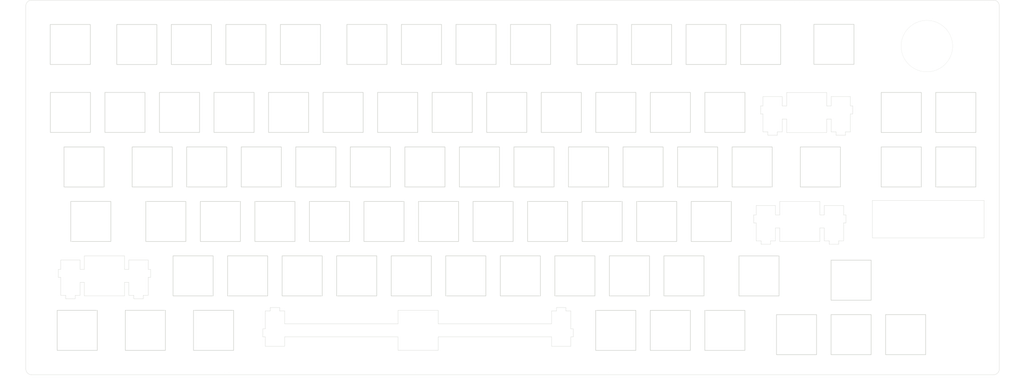
<source format=kicad_pcb>
(kicad_pcb (version 20221018) (generator pcbnew)
  (layers (0 "F.Cu" signal) (31 "B.Cu" signal) (34 "B.Paste" user) (35 "F.Paste" user) (36 "B.SilkS" user "B.Silkscreen") (37 "F.SilkS" user "F.Silkscreen") (38 "B.Mask" user) (39 "F.Mask" user) (44 "Edge.Cuts" user))
  (net 0 "")
  (footprint "" (layer "F.Cu") (at 237.9275 40.188)
    (fp_text reference "" (at 0 0) (layer "F.SilkS") (effects (font (size 1.27 1.27))))
    (fp_text value "" (at 0 0) (layer "F.SilkS") (effects (font (size 1.27 1.27))))
    (pad "" np_thru_hole circle (at 0 0) (size 2.2 2.2) (drill 2.2) (layers "F&B.Cu" "*.Mask"))
  )
  (footprint "MountingHole:MountingHole_2.2mm_M2_ISO7380" (layer "F.Cu") (at 237.9345 166.463)
    (fp_text reference "" (at 0 -2.75) (layer "F.SilkS"))
    (fp_text value "MountingHole_2.2mm_M2_ISO7380")
    (pad "" np_thru_hole circle (at 0 0) (size 2.2 2.2) (drill 2.2) (layers "F&B.Cu" "*.Mask"))
  )
  (footprint "MountingHole:MountingHole_2.2mm_M2_ISO7380" (layer "F.Cu") (at 304.2675 166.463)
    (fp_text reference "" hide)
    (fp_text value "MountingHole_2.2mm_M2_ISO7380")
    (pad "" np_thru_hole circle (at 0 0) (size 2.2 2.2) (drill 2.2) (layers "F&B.Cu" "*.Mask"))
  )
  (footprint "" (layer "F.Cu") (at 105.2615 40.188)
    (fp_text reference "" (at 0 0) (layer "F.SilkS") (effects (font (size 1.27 1.27))))
    (fp_text value "" (at 0 0) (layer "F.SilkS") (effects (font (size 1.27 1.27))))
    (pad "" np_thru_hole circle (at 0 0) (size 2.2 2.2) (drill 2.2) (layers "F&B.Cu" "*.Mask"))
  )
  (footprint "" (layer "F.Cu") (at 304.2605 40.188)
    (fp_text reference "" (at 0 0) (layer "F.SilkS") (effects (font (size 1.27 1.27))))
    (fp_text value "" (at 0 0) (layer "F.SilkS") (effects (font (size 1.27 1.27))))
    (pad "" np_thru_hole circle (at 0 0) (size 2.2 2.2) (drill 2.2) (layers "F&B.Cu" "*.Mask"))
  )
  (footprint "" (layer "F.Cu") (at 38.9285 40.188)
    (fp_text reference "" (at 0 0) (layer "F.SilkS") (effects (font (size 1.27 1.27))))
    (fp_text value "" (at 0 0) (layer "F.SilkS") (effects (font (size 1.27 1.27))))
    (pad "" np_thru_hole circle (at 0 0) (size 2.2 2.2) (drill 2.2) (layers "F&B.Cu" "*.Mask"))
  )
  (footprint "MountingHole:MountingHole_2.2mm_M2_ISO7380" (layer "F.Cu") (at 105.2685 166.463)
    (fp_text reference "" (at 0 -2.75) (layer "F.SilkS"))
    (fp_text value "MountingHole_2.2mm_M2_ISO7380")
    (pad "" np_thru_hole circle (at 0 0) (size 2.2 2.2) (drill 2.2) (layers "F&B.Cu" "*.Mask"))
  )
  (footprint "MountingHole:MountingHole_2.2mm_M2_ISO7380" (layer "F.Cu") (at 370.6005 166.463)
    (fp_text reference "" (at 0 -2.75) (layer "F.SilkS"))
    (fp_text value "MountingHole_2.2mm_M2_ISO7380")
    (pad "" np_thru_hole circle (at 0 0) (size 2.2 2.2) (drill 2.2) (layers "F&B.Cu" "*.Mask"))
  )
  (footprint "MountingHole:MountingHole_2.2mm_M2_ISO7380" (layer "F.Cu") (at 38.9355 166.463)
    (fp_text reference "REF**" hide)
    (fp_text value "MountingHole_2.2mm_M2_ISO7380")
    (pad "" np_thru_hole circle (at 0 0) (size 2.2 2.2) (drill 2.2) (layers "F&B.Cu" "*.Mask"))
  )
  (footprint "" (layer "F.Cu") (at 171.5945 40.188)
    (fp_text reference "" (at 0 0) (layer "F.SilkS") (effects (font (size 1.27 1.27))))
    (fp_text value "" (at 0 0) (layer "F.SilkS") (effects (font (size 1.27 1.27))))
    (pad "" np_thru_hole circle (at 0 0) (size 2.2 2.2) (drill 2.2) (layers "F&B.Cu" "*.Mask"))
  )
  (footprint "" (layer "F.Cu") (at 370.5935 40.188)
    (fp_text reference "" (at 0 0) (layer "F.SilkS") (effects (font (size 1.27 1.27))))
    (fp_text value "" (at 0 0) (layer "F.SilkS") (effects (font (size 1.27 1.27))))
    (pad "" np_thru_hole circle (at 0 0) (size 2.2 2.2) (drill 2.2) (layers "F&B.Cu" "*.Mask"))
  )
  (footprint "MountingHole:MountingHole_2.2mm_M2_ISO7380" (layer "F.Cu") (at 171.6015 166.463)
    (fp_text reference "" (at 0 -2.75) (layer "F.SilkS"))
    (fp_text value "MountingHole_2.2mm_M2_ISO7380")
    (pad "" np_thru_hole circle (at 0 0) (size 2.2 2.2) (drill 2.2) (layers "F&B.Cu" "*.Mask"))
  )
  (gr_line (start 320.577001 112.923) (end 320.577001 109.6928) (stroke (width 0.1)) (layer "Edge.Cuts"))
  (gr_line (start 125.33 146.55367) (end 123.605 146.55367) (stroke (width 0.1)) (layer "Edge.Cuts"))
  (gr_line (start 322.961001 77.6198) (end 323.787001 77.6198) (stroke (width 0.1)) (layer "Edge.Cuts"))
  (gr_line (start 290.028001 115.7218) (end 290.028001 121.9918) (stroke (width 0.1)) (layer "Edge.Cuts"))
  (gr_line (start 47.143001 134.7718) (end 47.143001 141.0418) (stroke (width 0.1)) (layer "Edge.Cuts"))
  (gr_line (start 123.605 145.3534) (end 120.304 145.3534) (stroke (width 0.1)) (layer "Edge.Cuts"))
  (gr_rect (start 333.721 70.123) (end 347.721 84.123) (stroke (width 0.2)) (fill none) (layer "Edge.Cuts"))
  (gr_rect (start 284.033 127.282) (end 298.033 141.282) (stroke (width 0.2)) (fill none) (layer "Edge.Cuts"))
  (gr_line (start 312.302 108.2226) (end 298.302001 108.2226) (stroke (width 0.1)) (layer "Edge.Cuts"))
  (gr_rect (start 335.249 147.816) (end 349.249 161.816) (stroke (width 0.2)) (fill none) (layer "Edge.Cuts"))
  (gr_line (start 118.579 146.55367) (end 118.579 152.82374) (stroke (width 0.1)) (layer "Edge.Cuts"))
  (gr_line (start 218.5789 155.6225) (end 218.5789 158.8527) (stroke (width 0.1)) (layer "Edge.Cuts"))
  (gr_line (start 372.9555 168.833) (end 36.9555 168.833) (stroke (width 0.1)) (layer "Edge.Cuts"))
  (gr_line (start 52.167001 142.2421) (end 52.167001 141.0418) (stroke (width 0.1)) (layer "Edge.Cuts"))
  (gr_line (start 290.028001 112.923) (end 289.202001 112.923) (stroke (width 0.1)) (layer "Edge.Cuts"))
  (gr_line (start 118.579 155.6225) (end 118.579 158.8527) (stroke (width 0.1)) (layer "Edge.Cuts"))
  (gr_line (start 290.028001 121.9918) (end 291.753001 121.9918) (stroke (width 0.1)) (layer "Edge.Cuts"))
  (gr_line (start 55.417001 141.272) (end 69.417 141.272) (stroke (width 0.1)) (layer "Edge.Cuts"))
  (gr_rect (start 62.572 70.105) (end 76.572 84.105) (stroke (width 0.2)) (fill none) (layer "Edge.Cuts"))
  (gr_line (start 225.33 158.8527) (end 225.33 155.6225) (stroke (width 0.1)) (layer "Edge.Cuts"))
  (gr_line (start 53.893001 128.7428) (end 47.143001 128.7428) (stroke (width 0.1)) (layer "Edge.Cuts"))
  (gr_rect (start 305.463 89.179) (end 319.463 103.179) (stroke (width 0.2)) (fill none) (layer "Edge.Cuts"))
  (gr_line (start 164.954 146.32354) (end 164.954 151.02263) (stroke (width 0.1)) (layer "Edge.Cuts"))
  (gr_line (start 46.317001 131.973) (end 46.317001 134.7718) (stroke (width 0.1)) (layer "Edge.Cuts"))
  (gr_line (start 77.692001 134.7718) (end 78.518001 134.7718) (stroke (width 0.1)) (layer "Edge.Cuts"))
  (gr_rect (start 257.822 127.265) (end 271.822 141.265) (stroke (width 0.2)) (fill none) (layer "Edge.Cuts"))
  (gr_rect (start 238.772 127.265) (end 252.772 141.265) (stroke (width 0.2)) (fill none) (layer "Edge.Cuts"))
  (gr_rect (start 248.303 108.243) (end 262.303 122.243) (stroke (width 0.2)) (fill none) (layer "Edge.Cuts"))
  (gr_rect (start 166.141 46.332) (end 180.141 60.332) (stroke (width 0.2)) (fill none) (layer "Edge.Cuts"))
  (gr_line (start 313.828001 112.923) (end 312.302 112.923) (stroke (width 0.1)) (layer "Edge.Cuts"))
  (gr_line (start 296.778001 109.6928) (end 290.028001 109.6928) (stroke (width 0.1)) (layer "Edge.Cuts"))
  (gr_line (start 299.162001 83.8898) (end 299.162001 79.4209) (stroke (width 0.1)) (layer "Edge.Cuts"))
  (gr_line (start 77.692001 141.0418) (end 77.692001 134.7718) (stroke (width 0.1)) (layer "Edge.Cuts"))
  (gr_line (start 294.137001 83.8898) (end 294.137001 85.0901) (stroke (width 0.1)) (layer "Edge.Cuts"))
  (gr_line (start 78.518001 134.7718) (end 78.518001 131.973) (stroke (width 0.1)) (layer "Edge.Cuts"))
  (gr_rect (start 262.59 89.174) (end 276.59 103.174) (stroke (width 0.2)) (fill none) (layer "Edge.Cuts"))
  (gr_rect (start 272.105 146.337) (end 286.105 160.337) (stroke (width 0.2)) (fill none) (layer "Edge.Cuts"))
  (gr_line (start 120.304 146.55367) (end 118.579 146.55367) (stroke (width 0.1)) (layer "Edge.Cuts"))
  (gr_rect (start 162.572 127.265) (end 176.572 141.265) (stroke (width 0.2)) (fill none) (layer "Edge.Cuts"))
  (gr_rect (start 76.853 108.243) (end 90.853 122.243) (stroke (width 0.2)) (fill none) (layer "Edge.Cuts"))
  (gr_line (start 125.33 155.6225) (end 164.954 155.6225) (stroke (width 0.1)) (layer "Edge.Cuts"))
  (gr_line (start 289.202001 112.923) (end 289.202001 115.7218) (stroke (width 0.1)) (layer "Edge.Cuts"))
  (gr_rect (start 129.24 89.174) (end 143.24 103.174) (stroke (width 0.2)) (fill none) (layer "Edge.Cuts"))
  (gr_line (start 316.212001 71.5908) (end 316.212001 74.821) (stroke (width 0.1)) (layer "Edge.Cuts"))
  (gr_line (start 290.028001 109.6928) (end 290.028001 112.923) (stroke (width 0.1)) (layer "Edge.Cuts"))
  (gr_line (start 295.052001 123.1921) (end 295.052001 121.9918) (stroke (width 0.1)) (layer "Edge.Cuts"))
  (gr_rect (start 316.2 147.817) (end 330.2 161.817) (stroke (width 0.2)) (fill none) (layer "Edge.Cuts"))
  (gr_line (start 69.417 127.2726) (end 55.417001 127.2726) (stroke (width 0.1)) (layer "Edge.Cuts"))
  (gr_line (start 315.553001 121.9918) (end 315.553001 123.1921) (stroke (width 0.1)) (layer "Edge.Cuts"))
  (gr_line (start 226.1541 155.6225) (end 226.1541 152.82374) (stroke (width 0.1)) (layer "Edge.Cuts"))
  (gr_rect (start 219.722 127.265) (end 233.722 141.265) (stroke (width 0.2)) (fill none) (layer "Edge.Cuts"))
  (gr_line (start 296.778001 112.923) (end 296.778001 109.6928) (stroke (width 0.1)) (layer "Edge.Cuts"))
  (gr_rect (start 119.722 70.105) (end 133.722 84.105) (stroke (width 0.2)) (fill none) (layer "Edge.Cuts"))
  (gr_rect (start 246.502 46.345) (end 260.502 60.345) (stroke (width 0.2)) (fill none) (layer "Edge.Cuts"))
  (gr_rect (start 316.199 128.781) (end 330.199 142.781) (stroke (width 0.2)) (fill none) (layer "Edge.Cuts"))
  (gr_line (start 48.868001 142.2421) (end 52.167001 142.2421) (stroke (width 0.1)) (layer "Edge.Cuts"))
  (gr_line (start 291.586001 77.6198) (end 292.412001 77.6198) (stroke (width 0.1)) (layer "Edge.Cuts"))
  (gr_rect (start 153.053 108.243) (end 167.053 122.243) (stroke (width 0.2)) (fill none) (layer "Edge.Cuts"))
  (gr_line (start 313.828001 117.5229) (end 313.828001 121.9918) (stroke (width 0.1)) (layer "Edge.Cuts"))
  (gr_rect (start 66.716 46.351) (end 80.716 60.351) (stroke (width 0.2)) (fill none) (layer "Edge.Cuts"))
  (gr_line (start 322.961001 71.5908) (end 316.212001 71.5908) (stroke (width 0.1)) (layer "Edge.Cuts"))
  (gr_line (start 318.852001 123.1921) (end 318.852001 121.9918) (stroke (width 0.1)) (layer "Edge.Cuts"))
  (gr_line (start 70.943001 141.0418) (end 72.668001 141.0418) (stroke (width 0.1)) (layer "Edge.Cuts"))
  (gr_line (start 292.412001 71.5908) (end 292.412001 74.821) (stroke (width 0.1)) (layer "Edge.Cuts"))
  (gr_line (start 164.954 160.323) (end 178.955 160.323) (stroke (width 0.1)) (layer "Edge.Cuts"))
  (gr_line (start 369.632 107.857) (end 369.632 120.957) (stroke (width 0.1)) (layer "Edge.Cuts"))
  (gr_line (start 69.417 131.973) (end 69.417 127.2726) (stroke (width 0.1)) (layer "Edge.Cuts"))
  (gr_line (start 118.579 152.82374) (end 117.755 152.82374) (stroke (width 0.1)) (layer "Edge.Cuts"))
  (gr_line (start 53.893001 131.973) (end 53.893001 128.7428) (stroke (width 0.1)) (layer "Edge.Cuts"))
  (gr_line (start 312.302 122.222) (end 312.302 117.5229) (stroke (width 0.1)) (layer "Edge.Cuts"))
  (gr_line (start 314.686 74.821) (end 314.686 70.1206) (stroke (width 0.1)) (layer "Edge.Cuts"))
  (gr_line (start 291.586001 74.821) (end 291.586001 77.6198) (stroke (width 0.1)) (layer "Edge.Cuts"))
  (gr_rect (start 148.29 89.174) (end 162.29 103.174) (stroke (width 0.2)) (fill none) (layer "Edge.Cuts"))
  (gr_line (start 317.937001 83.8898) (end 317.937001 85.0901) (stroke (width 0.1)) (layer "Edge.Cuts"))
  (gr_line (start 225.33 152.82374) (end 225.33 146.55367) (stroke (width 0.1)) (layer "Edge.Cuts"))
  (gr_line (start 369.632 120.957) (end 330.655 120.957) (stroke (width 0.1)) (layer "Edge.Cuts"))
  (gr_line (start 164.954 155.6225) (end 164.954 160.323) (stroke (width 0.1)) (layer "Edge.Cuts"))
  (gr_line (start 317.937001 85.0901) (end 321.236001 85.0901) (stroke (width 0.1)) (layer "Edge.Cuts"))
  (gr_rect (start 195.922 70.105) (end 209.922 84.105) (stroke (width 0.2)) (fill none) (layer "Edge.Cuts"))
  (gr_rect (start 110.19 89.174) (end 124.19 103.174) (stroke (width 0.2)) (fill none) (layer "Edge.Cuts"))
  (gr_line (start 223.605 146.55367) (end 223.605 145.3534) (stroke (width 0.1)) (layer "Edge.Cuts"))
  (gr_line (start 47.143001 131.973) (end 46.317001 131.973) (stroke (width 0.1)) (layer "Edge.Cuts"))
  (gr_line (start 69.417 136.5729) (end 70.943001 136.5729) (stroke (width 0.1)) (layer "Edge.Cuts"))
  (gr_line (start 77.692001 128.7428) (end 70.943001 128.7428) (stroke (width 0.1)) (layer "Edge.Cuts"))
  (gr_rect (start 229.253 108.243) (end 243.253 122.243) (stroke (width 0.2)) (fill none) (layer "Edge.Cuts"))
  (gr_line (start 299.162001 71.5908) (end 292.412001 71.5908) (stroke (width 0.1)) (layer "Edge.Cuts"))
  (gr_line (start 117.755 155.6225) (end 118.579 155.6225) (stroke (width 0.1)) (layer "Edge.Cuts"))
  (gr_line (start 220.3044 146.55367) (end 218.5789 146.55367) (stroke (width 0.1)) (layer "Edge.Cuts"))
  (gr_line (start 178.955 155.6225) (end 218.5789 155.6225) (stroke (width 0.1)) (layer "Edge.Cuts"))
  (gr_line (start 314.686 84.12) (end 314.686 79.4209) (stroke (width 0.1)) (layer "Edge.Cuts"))
  (gr_line (start 295.052001 121.9918) (end 296.778001 121.9918) (stroke (width 0.1)) (layer "Edge.Cuts"))
  (gr_line (start 178.955 146.32354) (end 164.954 146.32354) (stroke (width 0.1)) (layer "Edge.Cuts"))
  (gr_line (start 78.518001 131.973) (end 77.692001 131.973) (stroke (width 0.1)) (layer "Edge.Cuts"))
  (gr_rect (start 134.003 108.243) (end 148.003 122.243) (stroke (width 0.2)) (fill none) (layer "Edge.Cuts"))
  (gr_rect (start 297.141 147.823) (end 311.141 161.823) (stroke (width 0.2)) (fill none) (layer "Edge.Cuts"))
  (gr_line (start 299.162001 74.821) (end 299.162001 71.5908) (stroke (width 0.1)) (layer "Edge.Cuts"))
  (gr_line (start 330.655 107.857) (end 369.632 107.857) (stroke (width 0.1)) (layer "Edge.Cuts"))
  (gr_rect (start 186.39 89.174) (end 200.39 103.174) (stroke (width 0.2)) (fill none) (layer "Edge.Cuts"))
  (gr_line (start 300.686001 70.1206) (end 300.686001 74.821) (stroke (width 0.1)) (layer "Edge.Cuts"))
  (gr_rect (start 114.953 108.243) (end 128.953 122.243) (stroke (width 0.2)) (fill none) (layer "Edge.Cuts"))
  (gr_line (start 125.33 151.02263) (end 125.33 146.55367) (stroke (width 0.1)) (layer "Edge.Cuts"))
  (gr_line (start 320.577001 121.9918) (end 320.577001 115.7218) (stroke (width 0.1)) (layer "Edge.Cuts"))
  (gr_line (start 323.787001 77.6198) (end 323.787001 74.821) (stroke (width 0.1)) (layer "Edge.Cuts"))
  (gr_rect (start 104.816 46.351) (end 118.816 60.351) (stroke (width 0.2)) (fill none) (layer "Edge.Cuts"))
  (gr_rect (start 91.14 89.174) (end 105.14 103.174) (stroke (width 0.2)) (fill none) (layer "Edge.Cuts"))
  (gr_line (start 374.9555 39.833) (end 374.9555 166.833) (stroke (width 0.1)) (layer "Edge.Cuts"))
  (gr_arc (start 36.9555 168.833) (mid 35.541286 168.247214) (end 34.9555 166.833) (stroke (width 0.1)) (layer "Edge.Cuts"))
  (gr_line (start 220.3044 145.3534) (end 220.3044 146.55367) (stroke (width 0.1)) (layer "Edge.Cuts"))
  (gr_rect (start 43.47 46.343) (end 57.47 60.343) (stroke (width 0.2)) (fill none) (layer "Edge.Cuts"))
  (gr_rect (start 124.472 127.265) (end 138.472 141.265) (stroke (width 0.2)) (fill none) (layer "Edge.Cuts"))
  (gr_line (start 297.436001 83.8898) (end 299.162001 83.8898) (stroke (width 0.1)) (layer "Edge.Cuts"))
  (gr_line (start 53.893001 136.5729) (end 55.417001 136.5729) (stroke (width 0.1)) (layer "Edge.Cuts"))
  (gr_line (start 292.412001 74.821) (end 291.586001 74.821) (stroke (width 0.1)) (layer "Edge.Cuts"))
  (gr_line (start 292.412001 83.8898) (end 294.137001 83.8898) (stroke (width 0.1)) (layer "Edge.Cuts"))
  (gr_rect (start 93.522 146.327) (end 107.522 160.327) (stroke (width 0.2)) (fill none) (layer "Edge.Cuts"))
  (gr_rect (start 333.711 89.176) (end 347.711 103.176) (stroke (width 0.2)) (fill none) (layer "Edge.Cuts"))
  (gr_rect (start 123.866 46.351) (end 137.866 60.351) (stroke (width 0.2)) (fill none) (layer "Edge.Cuts"))
  (gr_line (start 298.302001 117.5229) (end 298.302001 122.222) (stroke (width 0.1)) (layer "Edge.Cuts"))
  (gr_line (start 120.304 145.3534) (end 120.304 146.55367) (stroke (width 0.1)) (layer "Edge.Cuts"))
  (gr_line (start 300.686001 79.4209) (end 300.686001 84.12) (stroke (width 0.1)) (layer "Edge.Cuts"))
  (gr_rect (start 85.766 46.351) (end 99.766 60.351) (stroke (width 0.2)) (fill none) (layer "Edge.Cuts"))
  (gr_line (start 291.753001 121.9918) (end 291.753001 123.1921) (stroke (width 0.1)) (layer "Edge.Cuts"))
  (gr_circle (center 349.66 53.914) (end 356.024 60.278) (stroke (width 0.05)) (fill none) (layer "Edge.Cuts"))
  (gr_line (start 226.1541 152.82374) (end 225.33 152.82374) (stroke (width 0.1)) (layer "Edge.Cuts"))
  (gr_rect (start 210.203 108.243) (end 224.203 122.243) (stroke (width 0.2)) (fill none) (layer "Edge.Cuts"))
  (gr_line (start 312.302 112.923) (end 312.302 108.2226) (stroke (width 0.1)) (layer "Edge.Cuts"))
  (gr_line (start 289.202001 115.7218) (end 290.028001 115.7218) (stroke (width 0.1)) (layer "Edge.Cuts"))
  (gr_rect (start 265.552 46.345) (end 279.552 60.345) (stroke (width 0.2)) (fill none) (layer "Edge.Cuts"))
  (gr_line (start 320.577001 109.6928) (end 313.828001 109.6928) (stroke (width 0.1)) (layer "Edge.Cuts"))
  (gr_line (start 70.943001 136.5729) (end 70.943001 141.0418) (stroke (width 0.1)) (layer "Edge.Cuts"))
  (gr_line (start 55.417001 136.5729) (end 55.417001 141.272) (stroke (width 0.1)) (layer "Edge.Cuts"))
  (gr_line (start 178.955 160.323) (end 178.955 155.6225) (stroke (width 0.1)) (layer "Edge.Cuts"))
  (gr_line (start 321.403001 115.7218) (end 321.403001 112.923) (stroke (width 0.1)) (layer "Edge.Cuts"))
  (gr_line (start 321.236001 83.8898) (end 322.961001 83.8898) (stroke (width 0.1)) (layer "Edge.Cuts"))
  (gr_line (start 36.9555 37.833) (end 372.9555 37.833) (stroke (width 0.1)) (layer "Edge.Cuts"))
  (gr_line (start 291.753001 123.1921) (end 295.052001 123.1921) (stroke (width 0.1)) (layer "Edge.Cuts"))
  (gr_rect (start 234.005 146.337) (end 248.005 160.337) (stroke (width 0.2)) (fill none) (layer "Edge.Cuts"))
  (gr_rect (start 272.122 70.105) (end 286.122 84.105) (stroke (width 0.2)) (fill none) (layer "Edge.Cuts"))
  (gr_arc (start 34.9555 39.833) (mid 35.541286 38.418786) (end 36.9555 37.833) (stroke (width 0.1)) (layer "Edge.Cuts"))
  (gr_rect (start 143.522 127.265) (end 157.522 141.265) (stroke (width 0.2)) (fill none) (layer "Edge.Cuts"))
  (gr_line (start 320.577001 115.7218) (end 321.403001 115.7218) (stroke (width 0.1)) (layer "Edge.Cuts"))
  (gr_arc (start 374.9555 166.833) (mid 374.369714 168.247214) (end 372.9555 168.833) (stroke (width 0.1)) (layer "Edge.Cuts"))
  (gr_rect (start 204.241 46.332) (end 218.241 60.332) (stroke (width 0.2)) (fill none) (layer "Edge.Cuts"))
  (gr_line (start 321.403001 112.923) (end 320.577001 112.923) (stroke (width 0.1)) (layer "Edge.Cuts"))
  (gr_line (start 292.412001 77.6198) (end 292.412001 83.8898) (stroke (width 0.1)) (layer "Edge.Cuts"))
  (gr_line (start 218.5789 146.55367) (end 218.5789 151.02263) (stroke (width 0.1)) (layer "Edge.Cuts"))
  (gr_line (start 46.317001 134.7718) (end 47.143001 134.7718) (stroke (width 0.1)) (layer "Edge.Cuts"))
  (gr_rect (start 224.49 89.174) (end 238.49 103.174) (stroke (width 0.2)) (fill none) (layer "Edge.Cuts"))
  (gr_rect (start 352.771 70.123) (end 366.771 84.123) (stroke (width 0.2)) (fill none) (layer "Edge.Cuts"))
  (gr_rect (start 227.452 46.345) (end 241.452 60.345) (stroke (width 0.2)) (fill none) (layer "Edge.Cuts"))
  (gr_line (start 322.961001 83.8898) (end 322.961001 77.6198) (stroke (width 0.1)) (layer "Edge.Cuts"))
  (gr_rect (start 69.701 146.32) (end 83.701 160.32) (stroke (width 0.2)) (fill none) (layer "Edge.Cuts"))
  (gr_rect (start 243.54 89.174) (end 257.54 103.174) (stroke (width 0.2)) (fill none) (layer "Edge.Cuts"))
  (gr_rect (start 200.672 127.265) (end 214.672 141.265) (stroke (width 0.2)) (fill none) (layer "Edge.Cuts"))
  (gr_line (start 322.961001 74.821) (end 322.961001 71.5908) (stroke (width 0.1)) (layer "Edge.Cuts"))
  (gr_line (start 178.955 151.02263) (end 178.955 146.32354) (stroke (width 0.1)) (layer "Edge.Cuts"))
  (gr_rect (start 310.202 46.296) (end 324.202 60.296) (stroke (width 0.2)) (fill none) (layer "Edge.Cuts"))
  (gr_line (start 225.33 146.55367) (end 223.605 146.55367) (stroke (width 0.1)) (layer "Edge.Cuts"))
  (gr_line (start 225.33 155.6225) (end 226.1541 155.6225) (stroke (width 0.1)) (layer "Edge.Cuts"))
  (gr_rect (start 176.872 70.105) (end 190.872 84.105) (stroke (width 0.2)) (fill none) (layer "Edge.Cuts"))
  (gr_line (start 314.686 70.1206) (end 300.686001 70.1206) (stroke (width 0.1)) (layer "Edge.Cuts"))
  (gr_line (start 300.686001 84.12) (end 314.686 84.12) (stroke (width 0.1)) (layer "Edge.Cuts"))
  (gr_rect (start 50.647 108.229) (end 64.647 122.229) (stroke (width 0.2)) (fill none) (layer "Edge.Cuts"))
  (gr_rect (start 181.622 127.265) (end 195.622 141.265) (stroke (width 0.2)) (fill none) (layer "Edge.Cuts"))
  (gr_line (start 70.943001 131.973) (end 69.417 131.973) (stroke (width 0.1)) (layer "Edge.Cuts"))
  (gr_line (start 316.212001 74.821) (end 314.686 74.821) (stroke (width 0.1)) (layer "Edge.Cuts"))
  (gr_line (start 72.668001 142.2421) (end 75.967001 142.2421) (stroke (width 0.1)) (layer "Edge.Cuts"))
  (gr_line (start 52.167001 141.0418) (end 53.893001 141.0418) (stroke (width 0.1)) (layer "Edge.Cuts"))
  (gr_line (start 313.828001 121.9918) (end 315.553001 121.9918) (stroke (width 0.1)) (layer "Edge.Cuts"))
  (gr_line (start 55.417001 127.2726) (end 55.417001 131.973) (stroke (width 0.1)) (layer "Edge.Cuts"))
  (gr_rect (start 100.672 70.105) (end 114.672 84.105) (stroke (width 0.2)) (fill none) (layer "Edge.Cuts"))
  (gr_line (start 315.553001 123.1921) (end 318.852001 123.1921) (stroke (width 0.1)) (layer "Edge.Cuts"))
  (gr_rect (start 157.822 70.105) (end 171.822 84.105) (stroke (width 0.2)) (fill none) (layer "Edge.Cuts"))
  (gr_line (start 75.967001 142.2421) (end 75.967001 141.0418) (stroke (width 0.1)) (layer "Edge.Cuts"))
  (gr_rect (start 267.353 108.243) (end 281.353 122.243) (stroke (width 0.2)) (fill none) (layer "Edge.Cuts"))
  (gr_line (start 53.893001 141.0418) (end 53.893001 136.5729) (stroke (width 0.1)) (layer "Edge.Cuts"))
  (gr_line (start 72.668001 141.0418) (end 72.668001 142.2421) (stroke (width 0.1)) (layer "Edge.Cuts"))
  (gr_line (start 298.302001 112.923) (end 296.778001 112.923) (stroke (width 0.1)) (layer "Edge.Cuts"))
  (gr_line (start 323.787001 74.821) (end 322.961001 74.821) (stroke (width 0.1)) (layer "Edge.Cuts"))
  (gr_line (start 316.212001 83.8898) (end 317.937001 83.8898) (stroke (width 0.1)) (layer "Edge.Cuts"))
  (gr_line (start 296.778001 117.5229) (end 298.302001 117.5229) (stroke (width 0.1)) (layer "Edge.Cuts"))
  (gr_line (start 298.302001 122.222) (end 312.302 122.222) (stroke (width 0.1)) (layer "Edge.Cuts"))
  (gr_line (start 299.162001 79.4209) (end 300.686001 79.4209) (stroke (width 0.1)) (layer "Edge.Cuts"))
  (gr_rect (start 172.103 108.243) (end 186.103 122.243) (stroke (width 0.2)) (fill none) (layer "Edge.Cuts"))
  (gr_line (start 125.33 158.8527) (end 125.33 155.6225) (stroke (width 0.1)) (layer "Edge.Cuts"))
  (gr_line (start 117.755 152.82374) (end 117.755 155.6225) (stroke (width 0.1)) (layer "Edge.Cuts"))
  (gr_line (start 316.212001 79.4209) (end 316.212001 83.8898) (stroke (width 0.1)) (layer "Edge.Cuts"))
  (gr_line (start 34.9555 39.833) (end 34.9555 166.833) (stroke (width 0.1)) (layer "Edge.Cuts"))
  (gr_line (start 330.655 120.957) (end 330.655 107.857) (stroke (width 0.1)) (layer "Edge.Cuts"))
  (gr_rect (start 191.153 108.243) (end 205.153 122.243) (stroke (width 0.2)) (fill none) (layer "Edge.Cuts"))
  (gr_line (start 47.143001 128.7428) (end 47.143001 131.973) (stroke (width 0.1)) (layer "Edge.Cuts"))
  (gr_rect (start 185.191 46.332) (end 199.191 60.332) (stroke (width 0.2)) (fill none) (layer "Edge.Cuts"))
  (gr_line (start 55.417001 131.973) (end 53.893001 131.973) (stroke (width 0.1)) (layer "Edge.Cuts"))
  (gr_line (start 164.954 151.02263) (end 125.33 151.02263) (stroke (width 0.1)) (layer "Edge.Cuts"))
  (gr_rect (start 167.34 89.174) (end 181.34 103.174) (stroke (width 0.2)) (fill none) (layer "Edge.Cuts"))
  (gr_rect (start 281.64 89.174) (end 295.64 103.174) (stroke (width 0.2)) (fill none) (layer "Edge.Cuts"))
  (gr_rect (start 48.287 89.184) (end 62.287 103.184) (stroke (width 0.2)) (fill none) (layer "Edge.Cuts"))
  (gr_line (start 314.686 79.4209) (end 316.212001 79.4209) (stroke (width 0.1)) (layer "Edge.Cuts"))
  (gr_line (start 313.828001 109.6928) (end 313.828001 112.923) (stroke (width 0.1)) (layer "Edge.Cuts"))
  (gr_line (start 223.605 145.3534) (end 220.3044 145.3534) (stroke (width 0.1)) (layer "Edge.Cuts"))
  (gr_line (start 296.778001 121.9918) (end 296.778001 117.5229) (stroke (width 0.1)) (layer "Edge.Cuts"))
  (gr_line (start 70.943001 128.7428) (end 70.943001 131.973) (stroke (width 0.1)) (layer "Edge.Cuts"))
  (gr_line (start 218.5789 158.8527) (end 225.33 158.8527) (stroke (width 0.1)) (layer "Edge.Cuts"))
  (gr_rect (start 43.522 70.105) (end 57.522 84.105) (stroke (width 0.2)) (fill none) (layer "Edge.Cuts"))
  (gr_line (start 294.137001 85.0901) (end 297.436001 85.0901) (stroke (width 0.1)) (layer "Edge.Cuts"))
  (gr_line (start 300.686001 74.821) (end 299.162001 74.821) (stroke (width 0.1)) (layer "Edge.Cuts"))
  (gr_line (start 77.692001 131.973) (end 77.692001 128.7428) (stroke (width 0.1)) (layer "Edge.Cuts"))
  (gr_rect (start 72.09 89.174) (end 86.09 103.174) (stroke (width 0.2)) (fill none) (layer "Edge.Cuts"))
  (gr_line (start 69.417 141.272) (end 69.417 136.5729) (stroke (width 0.1)) (layer "Edge.Cuts"))
  (gr_rect (start 86.372 127.265) (end 100.372 141.265) (stroke (width 0.2)) (fill none) (layer "Edge.Cuts"))
  (gr_rect (start 105.422 127.265) (end 119.422 141.265) (stroke (width 0.2)) (fill none) (layer "Edge.Cuts"))
  (gr_line (start 123.605 146.55367) (end 123.605 145.3534) (stroke (width 0.1)) (layer "Edge.Cuts"))
  (gr_rect (start 214.972 70.105) (end 228.972 84.105) (stroke (width 0.2)) (fill none) (layer "Edge.Cuts"))
  (gr_rect (start 284.602 46.345) (end 298.602 60.345) (stroke (width 0.2)) (fill none) (layer "Edge.Cuts"))
  (gr_line (start 218.5789 151.02263) (end 178.955 151.02263) (stroke (width 0.1)) (layer "Edge.Cuts"))
  (gr_rect (start 45.903 146.326) (end 59.903 160.326) (stroke (width 0.2)) (fill none) (layer "Edge.Cuts"))
  (gr_line (start 118.579 158.8527) (end 125.33 158.8527) (stroke (width 0.1)) (layer "Edge.Cuts"))
  (gr_line (start 47.143001 141.0418) (end 48.868001 141.0418) (stroke (width 0.1)) (layer "Edge.Cuts"))
  (gr_line (start 312.302 117.5229) (end 313.828001 117.5229) (stroke (width 0.1)) (layer "Edge.Cuts"))
  (gr_rect (start 234.022 70.105) (end 248.022 84.105) (stroke (width 0.2)) (fill none) (layer "Edge.Cuts"))
  (gr_rect (start 138.772 70.105) (end 152.772 84.105) (stroke (width 0.2)) (fill none) (layer "Edge.Cuts"))
  (gr_rect (start 253.055 146.337) (end 267.055 160.337) (stroke (width 0.2)) (fill none) (layer "Edge.Cuts"))
  (gr_rect (start 253.072 70.105) (end 267.072 84.105) (stroke (width 0.2)) (fill none) (layer "Edge.Cuts"))
  (gr_rect (start 352.761 89.176) (end 366.761 103.176) (stroke (width 0.2)) (fill none) (layer "Edge.Cuts"))
  (gr_line (start 48.868001 141.0418) (end 48.868001 142.2421) (stroke (width 0.1)) (layer "Edge.Cuts"))
  (gr_rect (start 95.903 108.243) (end 109.903 122.243) (stroke (width 0.2)) (fill none) (layer "Edge.Cuts"))
  (gr_line (start 75.967001 141.0418) (end 77.692001 141.0418) (stroke (width 0.1)) (layer "Edge.Cuts"))
  (gr_rect (start 205.44 89.174) (end 219.44 103.174) (stroke (width 0.2)) (fill none) (layer "Edge.Cuts"))
  (gr_rect (start 81.622 70.105) (end 95.622 84.105) (stroke (width 0.2)) (fill none) (layer "Edge.Cuts"))
  (gr_line (start 318.852001 121.9918) (end 320.577001 121.9918) (stroke (width 0.1)) (layer "Edge.Cuts"))
  (gr_rect (start 147.091 46.332) (end 161.091 60.332) (stroke (width 0.2)) (fill none) (layer "Edge.Cuts"))
  (gr_line (start 321.236001 85.0901) (end 321.236001 83.8898) (stroke (width 0.1)) (layer "Edge.Cuts"))
  (gr_arc (start 372.9555 37.833) (mid 374.369714 38.418786) (end 374.9555 39.833) (stroke (width 0.1)) (layer "Edge.Cuts"))
  (gr_line (start 297.436001 85.0901) (end 297.436001 83.8898) (stroke (width 0.1)) (layer "Edge.Cuts"))
  (gr_line (start 298.302001 108.2226) (end 298.302001 112.923) (stroke (width 0.1)) (layer "Edge.Cuts"))
)
</source>
